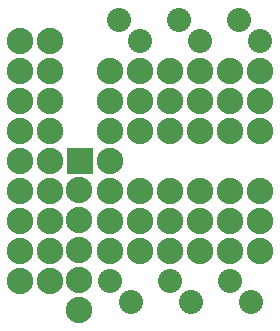
<source format=gbs>
G04 MADE WITH FRITZING*
G04 WWW.FRITZING.ORG*
G04 DOUBLE SIDED*
G04 HOLES PLATED*
G04 CONTOUR ON CENTER OF CONTOUR VECTOR*
%ASAXBY*%
%FSLAX23Y23*%
%MOIN*%
%OFA0B0*%
%SFA1.0B1.0*%
%ADD10C,0.088000*%
%ADD11C,0.080000*%
%ADD12R,0.088000X0.088000*%
%LNMASK0*%
G90*
G70*
G54D10*
X1200Y620D03*
X1300Y620D03*
X1800Y420D03*
X1700Y420D03*
X1600Y420D03*
X1500Y420D03*
X1400Y420D03*
X1300Y420D03*
X1800Y420D03*
X1700Y420D03*
X1600Y420D03*
X1500Y420D03*
X1400Y420D03*
X1300Y420D03*
X1300Y320D03*
X1400Y320D03*
X1500Y320D03*
X1600Y320D03*
X1700Y320D03*
X1800Y320D03*
X1300Y820D03*
X1400Y820D03*
X1500Y820D03*
X1600Y820D03*
X1700Y820D03*
X1800Y820D03*
X1300Y820D03*
X1400Y820D03*
X1500Y820D03*
X1600Y820D03*
X1700Y820D03*
X1800Y820D03*
X1800Y920D03*
X1700Y920D03*
X1600Y920D03*
X1500Y920D03*
X1400Y920D03*
X1300Y920D03*
G54D11*
X1700Y220D03*
X1771Y149D03*
X1500Y220D03*
X1571Y149D03*
X1300Y220D03*
X1371Y149D03*
X1800Y1020D03*
X1729Y1091D03*
X1600Y1020D03*
X1529Y1091D03*
X1400Y1020D03*
X1329Y1091D03*
G54D10*
X1800Y520D03*
X1700Y520D03*
X1600Y520D03*
X1500Y520D03*
X1400Y520D03*
X1300Y520D03*
X1300Y720D03*
X1400Y720D03*
X1500Y720D03*
X1600Y720D03*
X1700Y720D03*
X1800Y720D03*
X1000Y1020D03*
X1000Y920D03*
X1000Y820D03*
X1000Y720D03*
X1000Y620D03*
X1000Y520D03*
X1000Y420D03*
X1000Y320D03*
X1000Y220D03*
X1100Y1020D03*
X1100Y920D03*
X1100Y820D03*
X1100Y720D03*
X1100Y620D03*
X1100Y520D03*
X1100Y420D03*
X1100Y320D03*
X1100Y220D03*
X1197Y124D03*
X1197Y224D03*
X1197Y324D03*
X1197Y424D03*
X1197Y524D03*
G54D12*
X1200Y620D03*
G04 End of Mask0*
M02*
</source>
